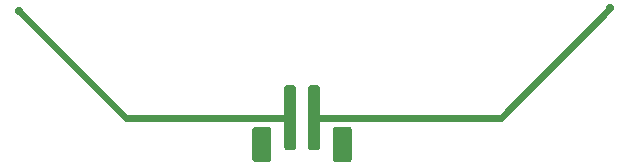
<source format=gbr>
G04 #@! TF.GenerationSoftware,KiCad,Pcbnew,(5.1.5)-3*
G04 #@! TF.CreationDate,2021-10-24T21:58:38+02:00*
G04 #@! TF.ProjectId,seg2,73656732-2e6b-4696-9361-645f70636258,1*
G04 #@! TF.SameCoordinates,Original*
G04 #@! TF.FileFunction,Copper,L2,Bot*
G04 #@! TF.FilePolarity,Positive*
%FSLAX46Y46*%
G04 Gerber Fmt 4.6, Leading zero omitted, Abs format (unit mm)*
G04 Created by KiCad (PCBNEW (5.1.5)-3) date 2021-10-24 21:58:38*
%MOMM*%
%LPD*%
G04 APERTURE LIST*
%ADD10C,0.152400*%
%ADD11C,0.700000*%
%ADD12C,0.600000*%
G04 APERTURE END LIST*
G04 #@! TA.AperFunction,SMDPad,CuDef*
D10*
G36*
X144474504Y-88151204D02*
G01*
X144498773Y-88154804D01*
X144522571Y-88160765D01*
X144545671Y-88169030D01*
X144567849Y-88179520D01*
X144588893Y-88192133D01*
X144608598Y-88206747D01*
X144626777Y-88223223D01*
X144643253Y-88241402D01*
X144657867Y-88261107D01*
X144670480Y-88282151D01*
X144680970Y-88304329D01*
X144689235Y-88327429D01*
X144695196Y-88351227D01*
X144698796Y-88375496D01*
X144700000Y-88400000D01*
X144700000Y-90900000D01*
X144698796Y-90924504D01*
X144695196Y-90948773D01*
X144689235Y-90972571D01*
X144680970Y-90995671D01*
X144670480Y-91017849D01*
X144657867Y-91038893D01*
X144643253Y-91058598D01*
X144626777Y-91076777D01*
X144608598Y-91093253D01*
X144588893Y-91107867D01*
X144567849Y-91120480D01*
X144545671Y-91130970D01*
X144522571Y-91139235D01*
X144498773Y-91145196D01*
X144474504Y-91148796D01*
X144450000Y-91150000D01*
X143350000Y-91150000D01*
X143325496Y-91148796D01*
X143301227Y-91145196D01*
X143277429Y-91139235D01*
X143254329Y-91130970D01*
X143232151Y-91120480D01*
X143211107Y-91107867D01*
X143191402Y-91093253D01*
X143173223Y-91076777D01*
X143156747Y-91058598D01*
X143142133Y-91038893D01*
X143129520Y-91017849D01*
X143119030Y-90995671D01*
X143110765Y-90972571D01*
X143104804Y-90948773D01*
X143101204Y-90924504D01*
X143100000Y-90900000D01*
X143100000Y-88400000D01*
X143101204Y-88375496D01*
X143104804Y-88351227D01*
X143110765Y-88327429D01*
X143119030Y-88304329D01*
X143129520Y-88282151D01*
X143142133Y-88261107D01*
X143156747Y-88241402D01*
X143173223Y-88223223D01*
X143191402Y-88206747D01*
X143211107Y-88192133D01*
X143232151Y-88179520D01*
X143254329Y-88169030D01*
X143277429Y-88160765D01*
X143301227Y-88154804D01*
X143325496Y-88151204D01*
X143350000Y-88150000D01*
X144450000Y-88150000D01*
X144474504Y-88151204D01*
G37*
G04 #@! TD.AperFunction*
G04 #@! TA.AperFunction,SMDPad,CuDef*
G36*
X137674504Y-88151204D02*
G01*
X137698773Y-88154804D01*
X137722571Y-88160765D01*
X137745671Y-88169030D01*
X137767849Y-88179520D01*
X137788893Y-88192133D01*
X137808598Y-88206747D01*
X137826777Y-88223223D01*
X137843253Y-88241402D01*
X137857867Y-88261107D01*
X137870480Y-88282151D01*
X137880970Y-88304329D01*
X137889235Y-88327429D01*
X137895196Y-88351227D01*
X137898796Y-88375496D01*
X137900000Y-88400000D01*
X137900000Y-90900000D01*
X137898796Y-90924504D01*
X137895196Y-90948773D01*
X137889235Y-90972571D01*
X137880970Y-90995671D01*
X137870480Y-91017849D01*
X137857867Y-91038893D01*
X137843253Y-91058598D01*
X137826777Y-91076777D01*
X137808598Y-91093253D01*
X137788893Y-91107867D01*
X137767849Y-91120480D01*
X137745671Y-91130970D01*
X137722571Y-91139235D01*
X137698773Y-91145196D01*
X137674504Y-91148796D01*
X137650000Y-91150000D01*
X136550000Y-91150000D01*
X136525496Y-91148796D01*
X136501227Y-91145196D01*
X136477429Y-91139235D01*
X136454329Y-91130970D01*
X136432151Y-91120480D01*
X136411107Y-91107867D01*
X136391402Y-91093253D01*
X136373223Y-91076777D01*
X136356747Y-91058598D01*
X136342133Y-91038893D01*
X136329520Y-91017849D01*
X136319030Y-90995671D01*
X136310765Y-90972571D01*
X136304804Y-90948773D01*
X136301204Y-90924504D01*
X136300000Y-90900000D01*
X136300000Y-88400000D01*
X136301204Y-88375496D01*
X136304804Y-88351227D01*
X136310765Y-88327429D01*
X136319030Y-88304329D01*
X136329520Y-88282151D01*
X136342133Y-88261107D01*
X136356747Y-88241402D01*
X136373223Y-88223223D01*
X136391402Y-88206747D01*
X136411107Y-88192133D01*
X136432151Y-88179520D01*
X136454329Y-88169030D01*
X136477429Y-88160765D01*
X136501227Y-88154804D01*
X136525496Y-88151204D01*
X136550000Y-88150000D01*
X137650000Y-88150000D01*
X137674504Y-88151204D01*
G37*
G04 #@! TD.AperFunction*
G04 #@! TA.AperFunction,SMDPad,CuDef*
G36*
X141774504Y-84651204D02*
G01*
X141798773Y-84654804D01*
X141822571Y-84660765D01*
X141845671Y-84669030D01*
X141867849Y-84679520D01*
X141888893Y-84692133D01*
X141908598Y-84706747D01*
X141926777Y-84723223D01*
X141943253Y-84741402D01*
X141957867Y-84761107D01*
X141970480Y-84782151D01*
X141980970Y-84804329D01*
X141989235Y-84827429D01*
X141995196Y-84851227D01*
X141998796Y-84875496D01*
X142000000Y-84900000D01*
X142000000Y-89900000D01*
X141998796Y-89924504D01*
X141995196Y-89948773D01*
X141989235Y-89972571D01*
X141980970Y-89995671D01*
X141970480Y-90017849D01*
X141957867Y-90038893D01*
X141943253Y-90058598D01*
X141926777Y-90076777D01*
X141908598Y-90093253D01*
X141888893Y-90107867D01*
X141867849Y-90120480D01*
X141845671Y-90130970D01*
X141822571Y-90139235D01*
X141798773Y-90145196D01*
X141774504Y-90148796D01*
X141750000Y-90150000D01*
X141250000Y-90150000D01*
X141225496Y-90148796D01*
X141201227Y-90145196D01*
X141177429Y-90139235D01*
X141154329Y-90130970D01*
X141132151Y-90120480D01*
X141111107Y-90107867D01*
X141091402Y-90093253D01*
X141073223Y-90076777D01*
X141056747Y-90058598D01*
X141042133Y-90038893D01*
X141029520Y-90017849D01*
X141019030Y-89995671D01*
X141010765Y-89972571D01*
X141004804Y-89948773D01*
X141001204Y-89924504D01*
X141000000Y-89900000D01*
X141000000Y-84900000D01*
X141001204Y-84875496D01*
X141004804Y-84851227D01*
X141010765Y-84827429D01*
X141019030Y-84804329D01*
X141029520Y-84782151D01*
X141042133Y-84761107D01*
X141056747Y-84741402D01*
X141073223Y-84723223D01*
X141091402Y-84706747D01*
X141111107Y-84692133D01*
X141132151Y-84679520D01*
X141154329Y-84669030D01*
X141177429Y-84660765D01*
X141201227Y-84654804D01*
X141225496Y-84651204D01*
X141250000Y-84650000D01*
X141750000Y-84650000D01*
X141774504Y-84651204D01*
G37*
G04 #@! TD.AperFunction*
G04 #@! TA.AperFunction,SMDPad,CuDef*
G36*
X139774504Y-84651204D02*
G01*
X139798773Y-84654804D01*
X139822571Y-84660765D01*
X139845671Y-84669030D01*
X139867849Y-84679520D01*
X139888893Y-84692133D01*
X139908598Y-84706747D01*
X139926777Y-84723223D01*
X139943253Y-84741402D01*
X139957867Y-84761107D01*
X139970480Y-84782151D01*
X139980970Y-84804329D01*
X139989235Y-84827429D01*
X139995196Y-84851227D01*
X139998796Y-84875496D01*
X140000000Y-84900000D01*
X140000000Y-89900000D01*
X139998796Y-89924504D01*
X139995196Y-89948773D01*
X139989235Y-89972571D01*
X139980970Y-89995671D01*
X139970480Y-90017849D01*
X139957867Y-90038893D01*
X139943253Y-90058598D01*
X139926777Y-90076777D01*
X139908598Y-90093253D01*
X139888893Y-90107867D01*
X139867849Y-90120480D01*
X139845671Y-90130970D01*
X139822571Y-90139235D01*
X139798773Y-90145196D01*
X139774504Y-90148796D01*
X139750000Y-90150000D01*
X139250000Y-90150000D01*
X139225496Y-90148796D01*
X139201227Y-90145196D01*
X139177429Y-90139235D01*
X139154329Y-90130970D01*
X139132151Y-90120480D01*
X139111107Y-90107867D01*
X139091402Y-90093253D01*
X139073223Y-90076777D01*
X139056747Y-90058598D01*
X139042133Y-90038893D01*
X139029520Y-90017849D01*
X139019030Y-89995671D01*
X139010765Y-89972571D01*
X139004804Y-89948773D01*
X139001204Y-89924504D01*
X139000000Y-89900000D01*
X139000000Y-84900000D01*
X139001204Y-84875496D01*
X139004804Y-84851227D01*
X139010765Y-84827429D01*
X139019030Y-84804329D01*
X139029520Y-84782151D01*
X139042133Y-84761107D01*
X139056747Y-84741402D01*
X139073223Y-84723223D01*
X139091402Y-84706747D01*
X139111107Y-84692133D01*
X139132151Y-84679520D01*
X139154329Y-84669030D01*
X139177429Y-84660765D01*
X139201227Y-84654804D01*
X139225496Y-84651204D01*
X139250000Y-84650000D01*
X139750000Y-84650000D01*
X139774504Y-84651204D01*
G37*
G04 #@! TD.AperFunction*
D11*
X166610047Y-78062990D03*
X116546222Y-78318961D03*
D12*
X141500000Y-87400000D02*
X157340875Y-87400000D01*
X157340875Y-87400000D02*
X166610047Y-78130828D01*
X166610047Y-78130828D02*
X166610047Y-78062990D01*
X139500000Y-87400000D02*
X125627261Y-87400000D01*
X125627261Y-87400000D02*
X116546222Y-78318961D01*
M02*

</source>
